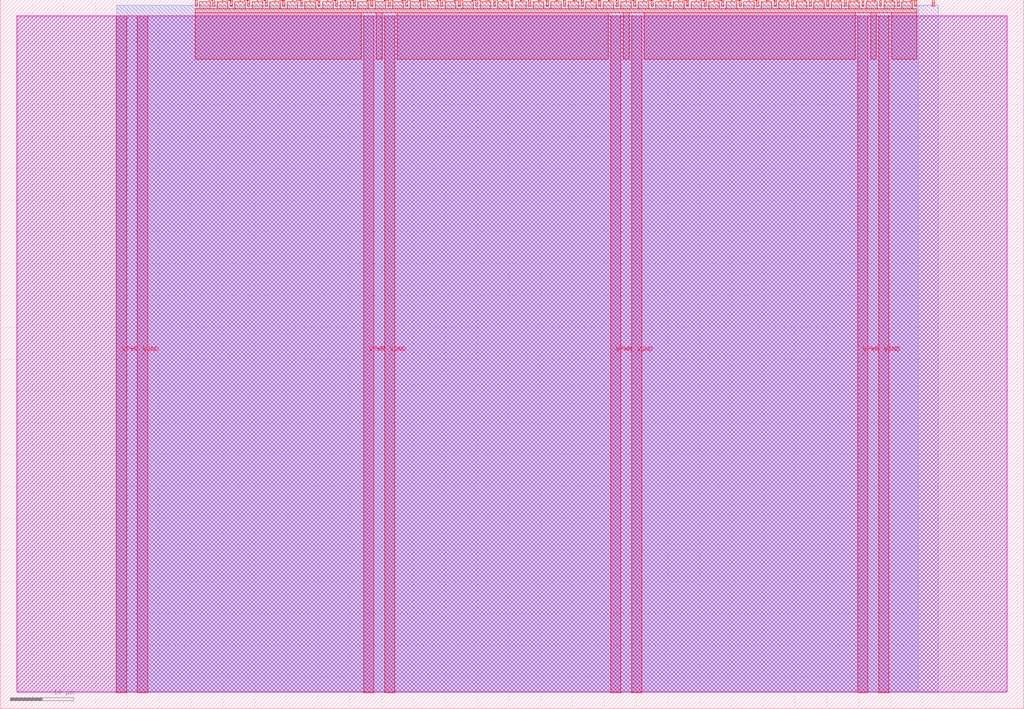
<source format=lef>
VERSION 5.7 ;
  NOWIREEXTENSIONATPIN ON ;
  DIVIDERCHAR "/" ;
  BUSBITCHARS "[]" ;
MACRO tt_um_wokwi_422960054456096769
  CLASS BLOCK ;
  FOREIGN tt_um_wokwi_422960054456096769 ;
  ORIGIN 0.000 0.000 ;
  SIZE 161.000 BY 111.520 ;
  PIN VGND
    DIRECTION INOUT ;
    USE GROUND ;
    PORT
      LAYER met4 ;
        RECT 21.580 2.480 23.180 109.040 ;
    END
    PORT
      LAYER met4 ;
        RECT 60.450 2.480 62.050 109.040 ;
    END
    PORT
      LAYER met4 ;
        RECT 99.320 2.480 100.920 109.040 ;
    END
    PORT
      LAYER met4 ;
        RECT 138.190 2.480 139.790 109.040 ;
    END
  END VGND
  PIN VPWR
    DIRECTION INOUT ;
    USE POWER ;
    PORT
      LAYER met4 ;
        RECT 18.280 2.480 19.880 109.040 ;
    END
    PORT
      LAYER met4 ;
        RECT 57.150 2.480 58.750 109.040 ;
    END
    PORT
      LAYER met4 ;
        RECT 96.020 2.480 97.620 109.040 ;
    END
    PORT
      LAYER met4 ;
        RECT 134.890 2.480 136.490 109.040 ;
    END
  END VPWR
  PIN clk
    DIRECTION INPUT ;
    USE SIGNAL ;
    ANTENNAGATEAREA 0.852000 ;
    PORT
      LAYER met4 ;
        RECT 143.830 110.520 144.130 111.520 ;
    END
  END clk
  PIN ena
    DIRECTION INPUT ;
    USE SIGNAL ;
    PORT
      LAYER met4 ;
        RECT 146.590 110.520 146.890 111.520 ;
    END
  END ena
  PIN rst_n
    DIRECTION INPUT ;
    USE SIGNAL ;
    PORT
      LAYER met4 ;
        RECT 141.070 110.520 141.370 111.520 ;
    END
  END rst_n
  PIN ui_in[0]
    DIRECTION INPUT ;
    USE SIGNAL ;
    ANTENNAGATEAREA 0.196500 ;
    PORT
      LAYER met4 ;
        RECT 138.310 110.520 138.610 111.520 ;
    END
  END ui_in[0]
  PIN ui_in[1]
    DIRECTION INPUT ;
    USE SIGNAL ;
    ANTENNAGATEAREA 0.196500 ;
    PORT
      LAYER met4 ;
        RECT 135.550 110.520 135.850 111.520 ;
    END
  END ui_in[1]
  PIN ui_in[2]
    DIRECTION INPUT ;
    USE SIGNAL ;
    ANTENNAGATEAREA 0.196500 ;
    PORT
      LAYER met4 ;
        RECT 132.790 110.520 133.090 111.520 ;
    END
  END ui_in[2]
  PIN ui_in[3]
    DIRECTION INPUT ;
    USE SIGNAL ;
    PORT
      LAYER met4 ;
        RECT 130.030 110.520 130.330 111.520 ;
    END
  END ui_in[3]
  PIN ui_in[4]
    DIRECTION INPUT ;
    USE SIGNAL ;
    PORT
      LAYER met4 ;
        RECT 127.270 110.520 127.570 111.520 ;
    END
  END ui_in[4]
  PIN ui_in[5]
    DIRECTION INPUT ;
    USE SIGNAL ;
    PORT
      LAYER met4 ;
        RECT 124.510 110.520 124.810 111.520 ;
    END
  END ui_in[5]
  PIN ui_in[6]
    DIRECTION INPUT ;
    USE SIGNAL ;
    PORT
      LAYER met4 ;
        RECT 121.750 110.520 122.050 111.520 ;
    END
  END ui_in[6]
  PIN ui_in[7]
    DIRECTION INPUT ;
    USE SIGNAL ;
    PORT
      LAYER met4 ;
        RECT 118.990 110.520 119.290 111.520 ;
    END
  END ui_in[7]
  PIN uio_in[0]
    DIRECTION INPUT ;
    USE SIGNAL ;
    PORT
      LAYER met4 ;
        RECT 116.230 110.520 116.530 111.520 ;
    END
  END uio_in[0]
  PIN uio_in[1]
    DIRECTION INPUT ;
    USE SIGNAL ;
    PORT
      LAYER met4 ;
        RECT 113.470 110.520 113.770 111.520 ;
    END
  END uio_in[1]
  PIN uio_in[2]
    DIRECTION INPUT ;
    USE SIGNAL ;
    PORT
      LAYER met4 ;
        RECT 110.710 110.520 111.010 111.520 ;
    END
  END uio_in[2]
  PIN uio_in[3]
    DIRECTION INPUT ;
    USE SIGNAL ;
    PORT
      LAYER met4 ;
        RECT 107.950 110.520 108.250 111.520 ;
    END
  END uio_in[3]
  PIN uio_in[4]
    DIRECTION INPUT ;
    USE SIGNAL ;
    PORT
      LAYER met4 ;
        RECT 105.190 110.520 105.490 111.520 ;
    END
  END uio_in[4]
  PIN uio_in[5]
    DIRECTION INPUT ;
    USE SIGNAL ;
    PORT
      LAYER met4 ;
        RECT 102.430 110.520 102.730 111.520 ;
    END
  END uio_in[5]
  PIN uio_in[6]
    DIRECTION INPUT ;
    USE SIGNAL ;
    PORT
      LAYER met4 ;
        RECT 99.670 110.520 99.970 111.520 ;
    END
  END uio_in[6]
  PIN uio_in[7]
    DIRECTION INPUT ;
    USE SIGNAL ;
    PORT
      LAYER met4 ;
        RECT 96.910 110.520 97.210 111.520 ;
    END
  END uio_in[7]
  PIN uio_oe[0]
    DIRECTION OUTPUT ;
    USE SIGNAL ;
    PORT
      LAYER met4 ;
        RECT 49.990 110.520 50.290 111.520 ;
    END
  END uio_oe[0]
  PIN uio_oe[1]
    DIRECTION OUTPUT ;
    USE SIGNAL ;
    PORT
      LAYER met4 ;
        RECT 47.230 110.520 47.530 111.520 ;
    END
  END uio_oe[1]
  PIN uio_oe[2]
    DIRECTION OUTPUT ;
    USE SIGNAL ;
    PORT
      LAYER met4 ;
        RECT 44.470 110.520 44.770 111.520 ;
    END
  END uio_oe[2]
  PIN uio_oe[3]
    DIRECTION OUTPUT ;
    USE SIGNAL ;
    PORT
      LAYER met4 ;
        RECT 41.710 110.520 42.010 111.520 ;
    END
  END uio_oe[3]
  PIN uio_oe[4]
    DIRECTION OUTPUT ;
    USE SIGNAL ;
    PORT
      LAYER met4 ;
        RECT 38.950 110.520 39.250 111.520 ;
    END
  END uio_oe[4]
  PIN uio_oe[5]
    DIRECTION OUTPUT ;
    USE SIGNAL ;
    PORT
      LAYER met4 ;
        RECT 36.190 110.520 36.490 111.520 ;
    END
  END uio_oe[5]
  PIN uio_oe[6]
    DIRECTION OUTPUT ;
    USE SIGNAL ;
    PORT
      LAYER met4 ;
        RECT 33.430 110.520 33.730 111.520 ;
    END
  END uio_oe[6]
  PIN uio_oe[7]
    DIRECTION OUTPUT ;
    USE SIGNAL ;
    PORT
      LAYER met4 ;
        RECT 30.670 110.520 30.970 111.520 ;
    END
  END uio_oe[7]
  PIN uio_out[0]
    DIRECTION OUTPUT ;
    USE SIGNAL ;
    PORT
      LAYER met4 ;
        RECT 72.070 110.520 72.370 111.520 ;
    END
  END uio_out[0]
  PIN uio_out[1]
    DIRECTION OUTPUT ;
    USE SIGNAL ;
    PORT
      LAYER met4 ;
        RECT 69.310 110.520 69.610 111.520 ;
    END
  END uio_out[1]
  PIN uio_out[2]
    DIRECTION OUTPUT ;
    USE SIGNAL ;
    PORT
      LAYER met4 ;
        RECT 66.550 110.520 66.850 111.520 ;
    END
  END uio_out[2]
  PIN uio_out[3]
    DIRECTION OUTPUT ;
    USE SIGNAL ;
    PORT
      LAYER met4 ;
        RECT 63.790 110.520 64.090 111.520 ;
    END
  END uio_out[3]
  PIN uio_out[4]
    DIRECTION OUTPUT ;
    USE SIGNAL ;
    PORT
      LAYER met4 ;
        RECT 61.030 110.520 61.330 111.520 ;
    END
  END uio_out[4]
  PIN uio_out[5]
    DIRECTION OUTPUT ;
    USE SIGNAL ;
    PORT
      LAYER met4 ;
        RECT 58.270 110.520 58.570 111.520 ;
    END
  END uio_out[5]
  PIN uio_out[6]
    DIRECTION OUTPUT ;
    USE SIGNAL ;
    PORT
      LAYER met4 ;
        RECT 55.510 110.520 55.810 111.520 ;
    END
  END uio_out[6]
  PIN uio_out[7]
    DIRECTION OUTPUT ;
    USE SIGNAL ;
    PORT
      LAYER met4 ;
        RECT 52.750 110.520 53.050 111.520 ;
    END
  END uio_out[7]
  PIN uo_out[0]
    DIRECTION OUTPUT ;
    USE SIGNAL ;
    ANTENNADIFFAREA 0.795200 ;
    PORT
      LAYER met4 ;
        RECT 94.150 110.520 94.450 111.520 ;
    END
  END uo_out[0]
  PIN uo_out[1]
    DIRECTION OUTPUT ;
    USE SIGNAL ;
    ANTENNADIFFAREA 0.445500 ;
    PORT
      LAYER met4 ;
        RECT 91.390 110.520 91.690 111.520 ;
    END
  END uo_out[1]
  PIN uo_out[2]
    DIRECTION OUTPUT ;
    USE SIGNAL ;
    PORT
      LAYER met4 ;
        RECT 88.630 110.520 88.930 111.520 ;
    END
  END uo_out[2]
  PIN uo_out[3]
    DIRECTION OUTPUT ;
    USE SIGNAL ;
    PORT
      LAYER met4 ;
        RECT 85.870 110.520 86.170 111.520 ;
    END
  END uo_out[3]
  PIN uo_out[4]
    DIRECTION OUTPUT ;
    USE SIGNAL ;
    PORT
      LAYER met4 ;
        RECT 83.110 110.520 83.410 111.520 ;
    END
  END uo_out[4]
  PIN uo_out[5]
    DIRECTION OUTPUT ;
    USE SIGNAL ;
    ANTENNADIFFAREA 0.445500 ;
    PORT
      LAYER met4 ;
        RECT 80.350 110.520 80.650 111.520 ;
    END
  END uo_out[5]
  PIN uo_out[6]
    DIRECTION OUTPUT ;
    USE SIGNAL ;
    ANTENNADIFFAREA 0.445500 ;
    PORT
      LAYER met4 ;
        RECT 77.590 110.520 77.890 111.520 ;
    END
  END uo_out[6]
  PIN uo_out[7]
    DIRECTION OUTPUT ;
    USE SIGNAL ;
    PORT
      LAYER met4 ;
        RECT 74.830 110.520 75.130 111.520 ;
    END
  END uo_out[7]
  OBS
      LAYER nwell ;
        RECT 2.570 2.635 158.430 108.990 ;
      LAYER li1 ;
        RECT 2.760 2.635 158.240 108.885 ;
      LAYER met1 ;
        RECT 2.760 2.480 158.240 109.040 ;
      LAYER met2 ;
        RECT 18.310 2.535 147.560 110.685 ;
      LAYER met3 ;
        RECT 18.290 2.555 144.375 110.665 ;
      LAYER met4 ;
        RECT 31.370 110.120 33.030 111.170 ;
        RECT 34.130 110.120 35.790 111.170 ;
        RECT 36.890 110.120 38.550 111.170 ;
        RECT 39.650 110.120 41.310 111.170 ;
        RECT 42.410 110.120 44.070 111.170 ;
        RECT 45.170 110.120 46.830 111.170 ;
        RECT 47.930 110.120 49.590 111.170 ;
        RECT 50.690 110.120 52.350 111.170 ;
        RECT 53.450 110.120 55.110 111.170 ;
        RECT 56.210 110.120 57.870 111.170 ;
        RECT 58.970 110.120 60.630 111.170 ;
        RECT 61.730 110.120 63.390 111.170 ;
        RECT 64.490 110.120 66.150 111.170 ;
        RECT 67.250 110.120 68.910 111.170 ;
        RECT 70.010 110.120 71.670 111.170 ;
        RECT 72.770 110.120 74.430 111.170 ;
        RECT 75.530 110.120 77.190 111.170 ;
        RECT 78.290 110.120 79.950 111.170 ;
        RECT 81.050 110.120 82.710 111.170 ;
        RECT 83.810 110.120 85.470 111.170 ;
        RECT 86.570 110.120 88.230 111.170 ;
        RECT 89.330 110.120 90.990 111.170 ;
        RECT 92.090 110.120 93.750 111.170 ;
        RECT 94.850 110.120 96.510 111.170 ;
        RECT 97.610 110.120 99.270 111.170 ;
        RECT 100.370 110.120 102.030 111.170 ;
        RECT 103.130 110.120 104.790 111.170 ;
        RECT 105.890 110.120 107.550 111.170 ;
        RECT 108.650 110.120 110.310 111.170 ;
        RECT 111.410 110.120 113.070 111.170 ;
        RECT 114.170 110.120 115.830 111.170 ;
        RECT 116.930 110.120 118.590 111.170 ;
        RECT 119.690 110.120 121.350 111.170 ;
        RECT 122.450 110.120 124.110 111.170 ;
        RECT 125.210 110.120 126.870 111.170 ;
        RECT 127.970 110.120 129.630 111.170 ;
        RECT 130.730 110.120 132.390 111.170 ;
        RECT 133.490 110.120 135.150 111.170 ;
        RECT 136.250 110.120 137.910 111.170 ;
        RECT 139.010 110.120 140.670 111.170 ;
        RECT 141.770 110.120 143.430 111.170 ;
        RECT 30.655 109.440 144.145 110.120 ;
        RECT 30.655 102.175 56.750 109.440 ;
        RECT 59.150 102.175 60.050 109.440 ;
        RECT 62.450 102.175 95.620 109.440 ;
        RECT 98.020 102.175 98.920 109.440 ;
        RECT 101.320 102.175 134.490 109.440 ;
        RECT 136.890 102.175 137.790 109.440 ;
        RECT 140.190 102.175 144.145 109.440 ;
  END
END tt_um_wokwi_422960054456096769
END LIBRARY


</source>
